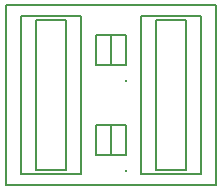
<source format=gbo>
G04 EAGLE Gerber RS-274X export*
G75*
%MOMM*%
%FSLAX34Y34*%
%LPD*%
%INSilkscreen Bottom*%
%IPPOS*%
%AMOC8*
5,1,8,0,0,1.08239X$1,22.5*%
G01*
G04 Define Apertures*
%ADD10C,0.127000*%
D10*
X198100Y188500D02*
X198100Y61500D01*
X223500Y61500D01*
X223500Y188500D01*
X198100Y188500D01*
X96500Y188500D02*
X96500Y61500D01*
X121900Y61500D01*
X121900Y188500D01*
X96500Y188500D01*
X83800Y192000D02*
X134600Y192000D01*
X134600Y58000D01*
X83800Y58000D01*
X83800Y192000D01*
X185400Y192000D02*
X236200Y192000D01*
X236200Y58000D01*
X185400Y58000D01*
X185400Y192000D01*
X71100Y201200D02*
X71100Y48800D01*
X248900Y48800D01*
X248900Y201200D01*
X71100Y201200D01*
X160000Y74200D02*
X172700Y74200D01*
X160000Y74200D02*
X147300Y74200D01*
X147300Y99600D01*
X160000Y99600D01*
X172700Y99600D01*
X172700Y74200D01*
X172700Y150400D02*
X160000Y150400D01*
X147300Y150400D01*
X147300Y175800D01*
X160000Y175800D01*
X172700Y175800D01*
X172700Y150400D01*
X172700Y137700D02*
X172700Y136430D01*
X172700Y61500D02*
X172700Y60230D01*
X160000Y150400D02*
X160000Y175800D01*
X160000Y99600D02*
X160000Y74200D01*
M02*

</source>
